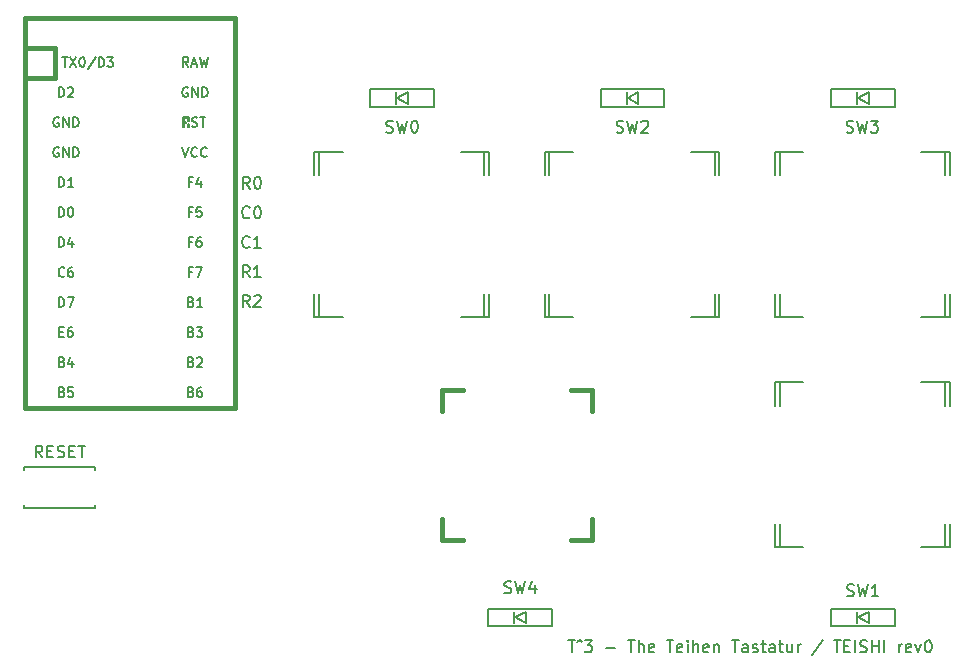
<source format=gbr>
G04 #@! TF.GenerationSoftware,KiCad,Pcbnew,(5.1.2-1)-1*
G04 #@! TF.CreationDate,2019-08-25T00:29:00+09:00*
G04 #@! TF.ProjectId,teishi,74656973-6869-42e6-9b69-6361645f7063,rev?*
G04 #@! TF.SameCoordinates,Original*
G04 #@! TF.FileFunction,Legend,Top*
G04 #@! TF.FilePolarity,Positive*
%FSLAX46Y46*%
G04 Gerber Fmt 4.6, Leading zero omitted, Abs format (unit mm)*
G04 Created by KiCad (PCBNEW (5.1.2-1)-1) date 2019-08-25 00:29:00*
%MOMM*%
%LPD*%
G04 APERTURE LIST*
%ADD10C,0.150000*%
%ADD11C,0.381000*%
G04 APERTURE END LIST*
D10*
X27083333Y-24702380D02*
X26750000Y-24226190D01*
X26511904Y-24702380D02*
X26511904Y-23702380D01*
X26892857Y-23702380D01*
X26988095Y-23750000D01*
X27035714Y-23797619D01*
X27083333Y-23892857D01*
X27083333Y-24035714D01*
X27035714Y-24130952D01*
X26988095Y-24178571D01*
X26892857Y-24226190D01*
X26511904Y-24226190D01*
X27464285Y-23797619D02*
X27511904Y-23750000D01*
X27607142Y-23702380D01*
X27845238Y-23702380D01*
X27940476Y-23750000D01*
X27988095Y-23797619D01*
X28035714Y-23892857D01*
X28035714Y-23988095D01*
X27988095Y-24130952D01*
X27416666Y-24702380D01*
X28035714Y-24702380D01*
X27083333Y-22202380D02*
X26750000Y-21726190D01*
X26511904Y-22202380D02*
X26511904Y-21202380D01*
X26892857Y-21202380D01*
X26988095Y-21250000D01*
X27035714Y-21297619D01*
X27083333Y-21392857D01*
X27083333Y-21535714D01*
X27035714Y-21630952D01*
X26988095Y-21678571D01*
X26892857Y-21726190D01*
X26511904Y-21726190D01*
X28035714Y-22202380D02*
X27464285Y-22202380D01*
X27750000Y-22202380D02*
X27750000Y-21202380D01*
X27654761Y-21345238D01*
X27559523Y-21440476D01*
X27464285Y-21488095D01*
X27083333Y-19607142D02*
X27035714Y-19654761D01*
X26892857Y-19702380D01*
X26797619Y-19702380D01*
X26654761Y-19654761D01*
X26559523Y-19559523D01*
X26511904Y-19464285D01*
X26464285Y-19273809D01*
X26464285Y-19130952D01*
X26511904Y-18940476D01*
X26559523Y-18845238D01*
X26654761Y-18750000D01*
X26797619Y-18702380D01*
X26892857Y-18702380D01*
X27035714Y-18750000D01*
X27083333Y-18797619D01*
X28035714Y-19702380D02*
X27464285Y-19702380D01*
X27750000Y-19702380D02*
X27750000Y-18702380D01*
X27654761Y-18845238D01*
X27559523Y-18940476D01*
X27464285Y-18988095D01*
X27083333Y-17107142D02*
X27035714Y-17154761D01*
X26892857Y-17202380D01*
X26797619Y-17202380D01*
X26654761Y-17154761D01*
X26559523Y-17059523D01*
X26511904Y-16964285D01*
X26464285Y-16773809D01*
X26464285Y-16630952D01*
X26511904Y-16440476D01*
X26559523Y-16345238D01*
X26654761Y-16250000D01*
X26797619Y-16202380D01*
X26892857Y-16202380D01*
X27035714Y-16250000D01*
X27083333Y-16297619D01*
X27702380Y-16202380D02*
X27797619Y-16202380D01*
X27892857Y-16250000D01*
X27940476Y-16297619D01*
X27988095Y-16392857D01*
X28035714Y-16583333D01*
X28035714Y-16821428D01*
X27988095Y-17011904D01*
X27940476Y-17107142D01*
X27892857Y-17154761D01*
X27797619Y-17202380D01*
X27702380Y-17202380D01*
X27607142Y-17154761D01*
X27559523Y-17107142D01*
X27511904Y-17011904D01*
X27464285Y-16821428D01*
X27464285Y-16583333D01*
X27511904Y-16392857D01*
X27559523Y-16297619D01*
X27607142Y-16250000D01*
X27702380Y-16202380D01*
X27083333Y-14702380D02*
X26750000Y-14226190D01*
X26511904Y-14702380D02*
X26511904Y-13702380D01*
X26892857Y-13702380D01*
X26988095Y-13750000D01*
X27035714Y-13797619D01*
X27083333Y-13892857D01*
X27083333Y-14035714D01*
X27035714Y-14130952D01*
X26988095Y-14178571D01*
X26892857Y-14226190D01*
X26511904Y-14226190D01*
X27702380Y-13702380D02*
X27797619Y-13702380D01*
X27892857Y-13750000D01*
X27940476Y-13797619D01*
X27988095Y-13892857D01*
X28035714Y-14083333D01*
X28035714Y-14321428D01*
X27988095Y-14511904D01*
X27940476Y-14607142D01*
X27892857Y-14654761D01*
X27797619Y-14702380D01*
X27702380Y-14702380D01*
X27607142Y-14654761D01*
X27559523Y-14607142D01*
X27511904Y-14511904D01*
X27464285Y-14321428D01*
X27464285Y-14083333D01*
X27511904Y-13892857D01*
X27559523Y-13797619D01*
X27607142Y-13750000D01*
X27702380Y-13702380D01*
X54071428Y-52952380D02*
X54642857Y-52952380D01*
X54357142Y-53952380D02*
X54357142Y-52952380D01*
X54833333Y-53047619D02*
X55023809Y-52904761D01*
X55214285Y-53047619D01*
X55452380Y-52952380D02*
X56071428Y-52952380D01*
X55738095Y-53333333D01*
X55880952Y-53333333D01*
X55976190Y-53380952D01*
X56023809Y-53428571D01*
X56071428Y-53523809D01*
X56071428Y-53761904D01*
X56023809Y-53857142D01*
X55976190Y-53904761D01*
X55880952Y-53952380D01*
X55595238Y-53952380D01*
X55499999Y-53904761D01*
X55452380Y-53857142D01*
X57261904Y-53571428D02*
X58023809Y-53571428D01*
X59119047Y-52952380D02*
X59690476Y-52952380D01*
X59404761Y-53952380D02*
X59404761Y-52952380D01*
X60023809Y-53952380D02*
X60023809Y-52952380D01*
X60452380Y-53952380D02*
X60452380Y-53428571D01*
X60404761Y-53333333D01*
X60309523Y-53285714D01*
X60166666Y-53285714D01*
X60071428Y-53333333D01*
X60023809Y-53380952D01*
X61309523Y-53904761D02*
X61214285Y-53952380D01*
X61023809Y-53952380D01*
X60928571Y-53904761D01*
X60880952Y-53809523D01*
X60880952Y-53428571D01*
X60928571Y-53333333D01*
X61023809Y-53285714D01*
X61214285Y-53285714D01*
X61309523Y-53333333D01*
X61357142Y-53428571D01*
X61357142Y-53523809D01*
X60880952Y-53619047D01*
X62404761Y-52952380D02*
X62976190Y-52952380D01*
X62690476Y-53952380D02*
X62690476Y-52952380D01*
X63690476Y-53904761D02*
X63595238Y-53952380D01*
X63404761Y-53952380D01*
X63309523Y-53904761D01*
X63261904Y-53809523D01*
X63261904Y-53428571D01*
X63309523Y-53333333D01*
X63404761Y-53285714D01*
X63595238Y-53285714D01*
X63690476Y-53333333D01*
X63738095Y-53428571D01*
X63738095Y-53523809D01*
X63261904Y-53619047D01*
X64166666Y-53952380D02*
X64166666Y-53285714D01*
X64166666Y-52952380D02*
X64119047Y-53000000D01*
X64166666Y-53047619D01*
X64214285Y-53000000D01*
X64166666Y-52952380D01*
X64166666Y-53047619D01*
X64642857Y-53952380D02*
X64642857Y-52952380D01*
X65071428Y-53952380D02*
X65071428Y-53428571D01*
X65023809Y-53333333D01*
X64928571Y-53285714D01*
X64785714Y-53285714D01*
X64690476Y-53333333D01*
X64642857Y-53380952D01*
X65928571Y-53904761D02*
X65833333Y-53952380D01*
X65642857Y-53952380D01*
X65547619Y-53904761D01*
X65499999Y-53809523D01*
X65499999Y-53428571D01*
X65547619Y-53333333D01*
X65642857Y-53285714D01*
X65833333Y-53285714D01*
X65928571Y-53333333D01*
X65976190Y-53428571D01*
X65976190Y-53523809D01*
X65499999Y-53619047D01*
X66404761Y-53285714D02*
X66404761Y-53952380D01*
X66404761Y-53380952D02*
X66452380Y-53333333D01*
X66547619Y-53285714D01*
X66690476Y-53285714D01*
X66785714Y-53333333D01*
X66833333Y-53428571D01*
X66833333Y-53952380D01*
X67928571Y-52952380D02*
X68499999Y-52952380D01*
X68214285Y-53952380D02*
X68214285Y-52952380D01*
X69261904Y-53952380D02*
X69261904Y-53428571D01*
X69214285Y-53333333D01*
X69119047Y-53285714D01*
X68928571Y-53285714D01*
X68833333Y-53333333D01*
X69261904Y-53904761D02*
X69166666Y-53952380D01*
X68928571Y-53952380D01*
X68833333Y-53904761D01*
X68785714Y-53809523D01*
X68785714Y-53714285D01*
X68833333Y-53619047D01*
X68928571Y-53571428D01*
X69166666Y-53571428D01*
X69261904Y-53523809D01*
X69690476Y-53904761D02*
X69785714Y-53952380D01*
X69976190Y-53952380D01*
X70071428Y-53904761D01*
X70119047Y-53809523D01*
X70119047Y-53761904D01*
X70071428Y-53666666D01*
X69976190Y-53619047D01*
X69833333Y-53619047D01*
X69738095Y-53571428D01*
X69690476Y-53476190D01*
X69690476Y-53428571D01*
X69738095Y-53333333D01*
X69833333Y-53285714D01*
X69976190Y-53285714D01*
X70071428Y-53333333D01*
X70404761Y-53285714D02*
X70785714Y-53285714D01*
X70547619Y-52952380D02*
X70547619Y-53809523D01*
X70595238Y-53904761D01*
X70690476Y-53952380D01*
X70785714Y-53952380D01*
X71547619Y-53952380D02*
X71547619Y-53428571D01*
X71500000Y-53333333D01*
X71404761Y-53285714D01*
X71214285Y-53285714D01*
X71119047Y-53333333D01*
X71547619Y-53904761D02*
X71452380Y-53952380D01*
X71214285Y-53952380D01*
X71119047Y-53904761D01*
X71071428Y-53809523D01*
X71071428Y-53714285D01*
X71119047Y-53619047D01*
X71214285Y-53571428D01*
X71452380Y-53571428D01*
X71547619Y-53523809D01*
X71880952Y-53285714D02*
X72261904Y-53285714D01*
X72023809Y-52952380D02*
X72023809Y-53809523D01*
X72071428Y-53904761D01*
X72166666Y-53952380D01*
X72261904Y-53952380D01*
X73023809Y-53285714D02*
X73023809Y-53952380D01*
X72595238Y-53285714D02*
X72595238Y-53809523D01*
X72642857Y-53904761D01*
X72738095Y-53952380D01*
X72880952Y-53952380D01*
X72976190Y-53904761D01*
X73023809Y-53857142D01*
X73499999Y-53952380D02*
X73499999Y-53285714D01*
X73499999Y-53476190D02*
X73547619Y-53380952D01*
X73595238Y-53333333D01*
X73690476Y-53285714D01*
X73785714Y-53285714D01*
X75595238Y-52904761D02*
X74738095Y-54190476D01*
X76547619Y-52952380D02*
X77119047Y-52952380D01*
X76833333Y-53952380D02*
X76833333Y-52952380D01*
X77452380Y-53428571D02*
X77785714Y-53428571D01*
X77928571Y-53952380D02*
X77452380Y-53952380D01*
X77452380Y-52952380D01*
X77928571Y-52952380D01*
X78357142Y-53952380D02*
X78357142Y-52952380D01*
X78785714Y-53904761D02*
X78928571Y-53952380D01*
X79166666Y-53952380D01*
X79261904Y-53904761D01*
X79309523Y-53857142D01*
X79357142Y-53761904D01*
X79357142Y-53666666D01*
X79309523Y-53571428D01*
X79261904Y-53523809D01*
X79166666Y-53476190D01*
X78976190Y-53428571D01*
X78880952Y-53380952D01*
X78833333Y-53333333D01*
X78785714Y-53238095D01*
X78785714Y-53142857D01*
X78833333Y-53047619D01*
X78880952Y-53000000D01*
X78976190Y-52952380D01*
X79214285Y-52952380D01*
X79357142Y-53000000D01*
X79785714Y-53952380D02*
X79785714Y-52952380D01*
X79785714Y-53428571D02*
X80357142Y-53428571D01*
X80357142Y-53952380D02*
X80357142Y-52952380D01*
X80833333Y-53952380D02*
X80833333Y-52952380D01*
X82071428Y-53952380D02*
X82071428Y-53285714D01*
X82071428Y-53476190D02*
X82119047Y-53380952D01*
X82166666Y-53333333D01*
X82261904Y-53285714D01*
X82357142Y-53285714D01*
X83071428Y-53904761D02*
X82976190Y-53952380D01*
X82785714Y-53952380D01*
X82690476Y-53904761D01*
X82642857Y-53809523D01*
X82642857Y-53428571D01*
X82690476Y-53333333D01*
X82785714Y-53285714D01*
X82976190Y-53285714D01*
X83071428Y-53333333D01*
X83119047Y-53428571D01*
X83119047Y-53523809D01*
X82642857Y-53619047D01*
X83452380Y-53285714D02*
X83690476Y-53952380D01*
X83928571Y-53285714D01*
X84499999Y-52952380D02*
X84595238Y-52952380D01*
X84690476Y-53000000D01*
X84738095Y-53047619D01*
X84785714Y-53142857D01*
X84833333Y-53333333D01*
X84833333Y-53571428D01*
X84785714Y-53761904D01*
X84738095Y-53857142D01*
X84690476Y-53904761D01*
X84595238Y-53952380D01*
X84499999Y-53952380D01*
X84404761Y-53904761D01*
X84357142Y-53857142D01*
X84309523Y-53761904D01*
X84261904Y-53571428D01*
X84261904Y-53333333D01*
X84309523Y-53142857D01*
X84357142Y-53047619D01*
X84404761Y-53000000D01*
X84499999Y-52952380D01*
D11*
X10650000Y-2760000D02*
X8110000Y-2760000D01*
X8110000Y-220000D02*
X8110000Y-2760000D01*
X25890000Y-220000D02*
X8110000Y-220000D01*
X25890000Y-2760000D02*
X25890000Y-220000D01*
D10*
G36*
X21931568Y-9239360D02*
G01*
X21931568Y-9439360D01*
X21831568Y-9439360D01*
X21831568Y-9239360D01*
X21931568Y-9239360D01*
G37*
X21931568Y-9239360D02*
X21931568Y-9439360D01*
X21831568Y-9439360D01*
X21831568Y-9239360D01*
X21931568Y-9239360D01*
G36*
X21531568Y-8639360D02*
G01*
X21531568Y-9439360D01*
X21431568Y-9439360D01*
X21431568Y-8639360D01*
X21531568Y-8639360D01*
G37*
X21531568Y-8639360D02*
X21531568Y-9439360D01*
X21431568Y-9439360D01*
X21431568Y-8639360D01*
X21531568Y-8639360D01*
G36*
X21931568Y-8639360D02*
G01*
X21931568Y-8739360D01*
X21431568Y-8739360D01*
X21431568Y-8639360D01*
X21931568Y-8639360D01*
G37*
X21931568Y-8639360D02*
X21931568Y-8739360D01*
X21431568Y-8739360D01*
X21431568Y-8639360D01*
X21931568Y-8639360D01*
G36*
X21731568Y-9039360D02*
G01*
X21731568Y-9139360D01*
X21631568Y-9139360D01*
X21631568Y-9039360D01*
X21731568Y-9039360D01*
G37*
X21731568Y-9039360D02*
X21731568Y-9139360D01*
X21631568Y-9139360D01*
X21631568Y-9039360D01*
X21731568Y-9039360D01*
G36*
X21931568Y-8639360D02*
G01*
X21931568Y-8939360D01*
X21831568Y-8939360D01*
X21831568Y-8639360D01*
X21931568Y-8639360D01*
G37*
X21931568Y-8639360D02*
X21931568Y-8939360D01*
X21831568Y-8939360D01*
X21831568Y-8639360D01*
X21931568Y-8639360D01*
D11*
X10650000Y-5300000D02*
X8110000Y-5300000D01*
X10650000Y-2760000D02*
X10650000Y-5300000D01*
X25890000Y-33240000D02*
X25890000Y-2760000D01*
X8110000Y-33240000D02*
X25890000Y-33240000D01*
X8110000Y-2760000D02*
X8110000Y-33240000D01*
D10*
X42700000Y-7750000D02*
X42700000Y-6250000D01*
X37300000Y-7750000D02*
X42700000Y-7750000D01*
X37300000Y-6250000D02*
X37300000Y-7750000D01*
X42700000Y-6250000D02*
X37300000Y-6250000D01*
X39500000Y-6500000D02*
X39500000Y-7500000D01*
X40500000Y-7500000D02*
X39600000Y-7000000D01*
X40500000Y-6500000D02*
X40500000Y-7500000D01*
X39600000Y-7000000D02*
X40500000Y-6500000D01*
X81700000Y-51750000D02*
X81700000Y-50250000D01*
X76300000Y-51750000D02*
X81700000Y-51750000D01*
X76300000Y-50250000D02*
X76300000Y-51750000D01*
X81700000Y-50250000D02*
X76300000Y-50250000D01*
X78500000Y-50500000D02*
X78500000Y-51500000D01*
X79500000Y-51500000D02*
X78600000Y-51000000D01*
X79500000Y-50500000D02*
X79500000Y-51500000D01*
X78600000Y-51000000D02*
X79500000Y-50500000D01*
X62200000Y-7750000D02*
X62200000Y-6250000D01*
X56800000Y-7750000D02*
X62200000Y-7750000D01*
X56800000Y-6250000D02*
X56800000Y-7750000D01*
X62200000Y-6250000D02*
X56800000Y-6250000D01*
X59000000Y-6500000D02*
X59000000Y-7500000D01*
X60000000Y-7500000D02*
X59100000Y-7000000D01*
X60000000Y-6500000D02*
X60000000Y-7500000D01*
X59100000Y-7000000D02*
X60000000Y-6500000D01*
X81700000Y-7750000D02*
X81700000Y-6250000D01*
X76300000Y-7750000D02*
X81700000Y-7750000D01*
X76300000Y-6250000D02*
X76300000Y-7750000D01*
X81700000Y-6250000D02*
X76300000Y-6250000D01*
X78500000Y-6500000D02*
X78500000Y-7500000D01*
X79500000Y-7500000D02*
X78600000Y-7000000D01*
X79500000Y-6500000D02*
X79500000Y-7500000D01*
X78600000Y-7000000D02*
X79500000Y-6500000D01*
X52700000Y-51750000D02*
X52700000Y-50250000D01*
X47300000Y-51750000D02*
X52700000Y-51750000D01*
X47300000Y-50250000D02*
X47300000Y-51750000D01*
X52700000Y-50250000D02*
X47300000Y-50250000D01*
X49500000Y-50500000D02*
X49500000Y-51500000D01*
X50500000Y-51500000D02*
X49600000Y-51000000D01*
X50500000Y-50500000D02*
X50500000Y-51500000D01*
X49600000Y-51000000D02*
X50500000Y-50500000D01*
X32560000Y-23580000D02*
X32560000Y-25580000D01*
X32560000Y-11580000D02*
X32560000Y-13580000D01*
X32960000Y-11580000D02*
X32960000Y-13580000D01*
X46960000Y-23580000D02*
X46960000Y-25580000D01*
X47360000Y-23580000D02*
X47360000Y-25580000D01*
X32960000Y-23580000D02*
X32960000Y-25580000D01*
X47360000Y-25580000D02*
X44960000Y-25580000D01*
X46960000Y-13580000D02*
X46960000Y-11580000D01*
X47360000Y-13580000D02*
X47360000Y-11580000D01*
X34960000Y-11580000D02*
X32560000Y-11580000D01*
X32560000Y-25580000D02*
X34960000Y-25580000D01*
X47360000Y-11580000D02*
X44960000Y-11580000D01*
X71560000Y-43080000D02*
X71560000Y-45080000D01*
X71560000Y-31080000D02*
X71560000Y-33080000D01*
X71960000Y-31080000D02*
X71960000Y-33080000D01*
X85960000Y-43080000D02*
X85960000Y-45080000D01*
X86360000Y-43080000D02*
X86360000Y-45080000D01*
X71960000Y-43080000D02*
X71960000Y-45080000D01*
X86360000Y-45080000D02*
X83960000Y-45080000D01*
X85960000Y-33080000D02*
X85960000Y-31080000D01*
X86360000Y-33080000D02*
X86360000Y-31080000D01*
X73960000Y-31080000D02*
X71560000Y-31080000D01*
X71560000Y-45080000D02*
X73960000Y-45080000D01*
X86360000Y-31080000D02*
X83960000Y-31080000D01*
X52060000Y-23580000D02*
X52060000Y-25580000D01*
X52060000Y-11580000D02*
X52060000Y-13580000D01*
X52460000Y-11580000D02*
X52460000Y-13580000D01*
X66460000Y-23580000D02*
X66460000Y-25580000D01*
X66860000Y-23580000D02*
X66860000Y-25580000D01*
X52460000Y-23580000D02*
X52460000Y-25580000D01*
X66860000Y-25580000D02*
X64460000Y-25580000D01*
X66460000Y-13580000D02*
X66460000Y-11580000D01*
X66860000Y-13580000D02*
X66860000Y-11580000D01*
X54460000Y-11580000D02*
X52060000Y-11580000D01*
X52060000Y-25580000D02*
X54460000Y-25580000D01*
X66860000Y-11580000D02*
X64460000Y-11580000D01*
X71560000Y-23580000D02*
X71560000Y-25580000D01*
X71560000Y-11580000D02*
X71560000Y-13580000D01*
X71960000Y-11580000D02*
X71960000Y-13580000D01*
X85960000Y-23580000D02*
X85960000Y-25580000D01*
X86360000Y-23580000D02*
X86360000Y-25580000D01*
X71960000Y-23580000D02*
X71960000Y-25580000D01*
X86360000Y-25580000D02*
X83960000Y-25580000D01*
X85960000Y-13580000D02*
X85960000Y-11580000D01*
X86360000Y-13580000D02*
X86360000Y-11580000D01*
X73960000Y-11580000D02*
X71560000Y-11580000D01*
X71560000Y-25580000D02*
X73960000Y-25580000D01*
X86360000Y-11580000D02*
X83960000Y-11580000D01*
D11*
X43400000Y-33528000D02*
X43400000Y-31750000D01*
X43400000Y-44450000D02*
X43400000Y-42672000D01*
X45178000Y-44450000D02*
X43400000Y-44450000D01*
X56100000Y-44450000D02*
X54322000Y-44450000D01*
X56100000Y-42672000D02*
X56100000Y-44450000D01*
X56100000Y-31750000D02*
X56100000Y-33528000D01*
X54322000Y-31750000D02*
X56100000Y-31750000D01*
X43400000Y-31750000D02*
X45178000Y-31750000D01*
D10*
X14000000Y-38250000D02*
X14000000Y-38500000D01*
X8000000Y-38250000D02*
X14000000Y-38250000D01*
X8000000Y-38250000D02*
X8000000Y-38500000D01*
X8000000Y-41750000D02*
X8000000Y-41500000D01*
X14000000Y-41750000D02*
X14000000Y-41500000D01*
X8000000Y-41750000D02*
X14000000Y-41750000D01*
X11237651Y-3591904D02*
X11694794Y-3591904D01*
X11466223Y-4391904D02*
X11466223Y-3591904D01*
X11885270Y-3591904D02*
X12418604Y-4391904D01*
X12418604Y-3591904D02*
X11885270Y-4391904D01*
X12875747Y-3591904D02*
X12951937Y-3591904D01*
X13028128Y-3630000D01*
X13066223Y-3668095D01*
X13104318Y-3744285D01*
X13142413Y-3896666D01*
X13142413Y-4087142D01*
X13104318Y-4239523D01*
X13066223Y-4315714D01*
X13028128Y-4353809D01*
X12951937Y-4391904D01*
X12875747Y-4391904D01*
X12799556Y-4353809D01*
X12761461Y-4315714D01*
X12723366Y-4239523D01*
X12685270Y-4087142D01*
X12685270Y-3896666D01*
X12723366Y-3744285D01*
X12761461Y-3668095D01*
X12799556Y-3630000D01*
X12875747Y-3591904D01*
X14056699Y-3553809D02*
X13370985Y-4582380D01*
X14323366Y-4391904D02*
X14323366Y-3591904D01*
X14513842Y-3591904D01*
X14628128Y-3630000D01*
X14704318Y-3706190D01*
X14742413Y-3782380D01*
X14780508Y-3934761D01*
X14780508Y-4049047D01*
X14742413Y-4201428D01*
X14704318Y-4277619D01*
X14628128Y-4353809D01*
X14513842Y-4391904D01*
X14323366Y-4391904D01*
X15047175Y-3591904D02*
X15542413Y-3591904D01*
X15275747Y-3896666D01*
X15390032Y-3896666D01*
X15466223Y-3934761D01*
X15504318Y-3972857D01*
X15542413Y-4049047D01*
X15542413Y-4239523D01*
X15504318Y-4315714D01*
X15466223Y-4353809D01*
X15390032Y-4391904D01*
X15161461Y-4391904D01*
X15085270Y-4353809D01*
X15047175Y-4315714D01*
X10948523Y-6931904D02*
X10948523Y-6131904D01*
X11139000Y-6131904D01*
X11253285Y-6170000D01*
X11329476Y-6246190D01*
X11367571Y-6322380D01*
X11405666Y-6474761D01*
X11405666Y-6589047D01*
X11367571Y-6741428D01*
X11329476Y-6817619D01*
X11253285Y-6893809D01*
X11139000Y-6931904D01*
X10948523Y-6931904D01*
X11710428Y-6208095D02*
X11748523Y-6170000D01*
X11824714Y-6131904D01*
X12015190Y-6131904D01*
X12091380Y-6170000D01*
X12129476Y-6208095D01*
X12167571Y-6284285D01*
X12167571Y-6360476D01*
X12129476Y-6474761D01*
X11672333Y-6931904D01*
X12167571Y-6931904D01*
X10948523Y-17091904D02*
X10948523Y-16291904D01*
X11139000Y-16291904D01*
X11253285Y-16330000D01*
X11329476Y-16406190D01*
X11367571Y-16482380D01*
X11405666Y-16634761D01*
X11405666Y-16749047D01*
X11367571Y-16901428D01*
X11329476Y-16977619D01*
X11253285Y-17053809D01*
X11139000Y-17091904D01*
X10948523Y-17091904D01*
X11900904Y-16291904D02*
X11977095Y-16291904D01*
X12053285Y-16330000D01*
X12091380Y-16368095D01*
X12129476Y-16444285D01*
X12167571Y-16596666D01*
X12167571Y-16787142D01*
X12129476Y-16939523D01*
X12091380Y-17015714D01*
X12053285Y-17053809D01*
X11977095Y-17091904D01*
X11900904Y-17091904D01*
X11824714Y-17053809D01*
X11786619Y-17015714D01*
X11748523Y-16939523D01*
X11710428Y-16787142D01*
X11710428Y-16596666D01*
X11748523Y-16444285D01*
X11786619Y-16368095D01*
X11824714Y-16330000D01*
X11900904Y-16291904D01*
X10948523Y-14551904D02*
X10948523Y-13751904D01*
X11139000Y-13751904D01*
X11253285Y-13790000D01*
X11329476Y-13866190D01*
X11367571Y-13942380D01*
X11405666Y-14094761D01*
X11405666Y-14209047D01*
X11367571Y-14361428D01*
X11329476Y-14437619D01*
X11253285Y-14513809D01*
X11139000Y-14551904D01*
X10948523Y-14551904D01*
X12167571Y-14551904D02*
X11710428Y-14551904D01*
X11939000Y-14551904D02*
X11939000Y-13751904D01*
X11862809Y-13866190D01*
X11786619Y-13942380D01*
X11710428Y-13980476D01*
X10929476Y-11250000D02*
X10853285Y-11211904D01*
X10739000Y-11211904D01*
X10624714Y-11250000D01*
X10548523Y-11326190D01*
X10510428Y-11402380D01*
X10472333Y-11554761D01*
X10472333Y-11669047D01*
X10510428Y-11821428D01*
X10548523Y-11897619D01*
X10624714Y-11973809D01*
X10739000Y-12011904D01*
X10815190Y-12011904D01*
X10929476Y-11973809D01*
X10967571Y-11935714D01*
X10967571Y-11669047D01*
X10815190Y-11669047D01*
X11310428Y-12011904D02*
X11310428Y-11211904D01*
X11767571Y-12011904D01*
X11767571Y-11211904D01*
X12148523Y-12011904D02*
X12148523Y-11211904D01*
X12339000Y-11211904D01*
X12453285Y-11250000D01*
X12529476Y-11326190D01*
X12567571Y-11402380D01*
X12605666Y-11554761D01*
X12605666Y-11669047D01*
X12567571Y-11821428D01*
X12529476Y-11897619D01*
X12453285Y-11973809D01*
X12339000Y-12011904D01*
X12148523Y-12011904D01*
X10929476Y-8710000D02*
X10853285Y-8671904D01*
X10739000Y-8671904D01*
X10624714Y-8710000D01*
X10548523Y-8786190D01*
X10510428Y-8862380D01*
X10472333Y-9014761D01*
X10472333Y-9129047D01*
X10510428Y-9281428D01*
X10548523Y-9357619D01*
X10624714Y-9433809D01*
X10739000Y-9471904D01*
X10815190Y-9471904D01*
X10929476Y-9433809D01*
X10967571Y-9395714D01*
X10967571Y-9129047D01*
X10815190Y-9129047D01*
X11310428Y-9471904D02*
X11310428Y-8671904D01*
X11767571Y-9471904D01*
X11767571Y-8671904D01*
X12148523Y-9471904D02*
X12148523Y-8671904D01*
X12339000Y-8671904D01*
X12453285Y-8710000D01*
X12529476Y-8786190D01*
X12567571Y-8862380D01*
X12605666Y-9014761D01*
X12605666Y-9129047D01*
X12567571Y-9281428D01*
X12529476Y-9357619D01*
X12453285Y-9433809D01*
X12339000Y-9471904D01*
X12148523Y-9471904D01*
X10948523Y-19631904D02*
X10948523Y-18831904D01*
X11139000Y-18831904D01*
X11253285Y-18870000D01*
X11329476Y-18946190D01*
X11367571Y-19022380D01*
X11405666Y-19174761D01*
X11405666Y-19289047D01*
X11367571Y-19441428D01*
X11329476Y-19517619D01*
X11253285Y-19593809D01*
X11139000Y-19631904D01*
X10948523Y-19631904D01*
X12091380Y-19098571D02*
X12091380Y-19631904D01*
X11900904Y-18793809D02*
X11710428Y-19365238D01*
X12205666Y-19365238D01*
X11405666Y-22095714D02*
X11367571Y-22133809D01*
X11253285Y-22171904D01*
X11177095Y-22171904D01*
X11062809Y-22133809D01*
X10986619Y-22057619D01*
X10948523Y-21981428D01*
X10910428Y-21829047D01*
X10910428Y-21714761D01*
X10948523Y-21562380D01*
X10986619Y-21486190D01*
X11062809Y-21410000D01*
X11177095Y-21371904D01*
X11253285Y-21371904D01*
X11367571Y-21410000D01*
X11405666Y-21448095D01*
X12091380Y-21371904D02*
X11939000Y-21371904D01*
X11862809Y-21410000D01*
X11824714Y-21448095D01*
X11748523Y-21562380D01*
X11710428Y-21714761D01*
X11710428Y-22019523D01*
X11748523Y-22095714D01*
X11786619Y-22133809D01*
X11862809Y-22171904D01*
X12015190Y-22171904D01*
X12091380Y-22133809D01*
X12129476Y-22095714D01*
X12167571Y-22019523D01*
X12167571Y-21829047D01*
X12129476Y-21752857D01*
X12091380Y-21714761D01*
X12015190Y-21676666D01*
X11862809Y-21676666D01*
X11786619Y-21714761D01*
X11748523Y-21752857D01*
X11710428Y-21829047D01*
X10948523Y-24711904D02*
X10948523Y-23911904D01*
X11139000Y-23911904D01*
X11253285Y-23950000D01*
X11329476Y-24026190D01*
X11367571Y-24102380D01*
X11405666Y-24254761D01*
X11405666Y-24369047D01*
X11367571Y-24521428D01*
X11329476Y-24597619D01*
X11253285Y-24673809D01*
X11139000Y-24711904D01*
X10948523Y-24711904D01*
X11672333Y-23911904D02*
X12205666Y-23911904D01*
X11862809Y-24711904D01*
X10986619Y-26832857D02*
X11253285Y-26832857D01*
X11367571Y-27251904D02*
X10986619Y-27251904D01*
X10986619Y-26451904D01*
X11367571Y-26451904D01*
X12053285Y-26451904D02*
X11900904Y-26451904D01*
X11824714Y-26490000D01*
X11786619Y-26528095D01*
X11710428Y-26642380D01*
X11672333Y-26794761D01*
X11672333Y-27099523D01*
X11710428Y-27175714D01*
X11748523Y-27213809D01*
X11824714Y-27251904D01*
X11977095Y-27251904D01*
X12053285Y-27213809D01*
X12091380Y-27175714D01*
X12129476Y-27099523D01*
X12129476Y-26909047D01*
X12091380Y-26832857D01*
X12053285Y-26794761D01*
X11977095Y-26756666D01*
X11824714Y-26756666D01*
X11748523Y-26794761D01*
X11710428Y-26832857D01*
X11672333Y-26909047D01*
X11215190Y-29372857D02*
X11329476Y-29410952D01*
X11367571Y-29449047D01*
X11405666Y-29525238D01*
X11405666Y-29639523D01*
X11367571Y-29715714D01*
X11329476Y-29753809D01*
X11253285Y-29791904D01*
X10948523Y-29791904D01*
X10948523Y-28991904D01*
X11215190Y-28991904D01*
X11291380Y-29030000D01*
X11329476Y-29068095D01*
X11367571Y-29144285D01*
X11367571Y-29220476D01*
X11329476Y-29296666D01*
X11291380Y-29334761D01*
X11215190Y-29372857D01*
X10948523Y-29372857D01*
X12091380Y-29258571D02*
X12091380Y-29791904D01*
X11900904Y-28953809D02*
X11710428Y-29525238D01*
X12205666Y-29525238D01*
X11215190Y-31912857D02*
X11329476Y-31950952D01*
X11367571Y-31989047D01*
X11405666Y-32065238D01*
X11405666Y-32179523D01*
X11367571Y-32255714D01*
X11329476Y-32293809D01*
X11253285Y-32331904D01*
X10948523Y-32331904D01*
X10948523Y-31531904D01*
X11215190Y-31531904D01*
X11291380Y-31570000D01*
X11329476Y-31608095D01*
X11367571Y-31684285D01*
X11367571Y-31760476D01*
X11329476Y-31836666D01*
X11291380Y-31874761D01*
X11215190Y-31912857D01*
X10948523Y-31912857D01*
X12129476Y-31531904D02*
X11748523Y-31531904D01*
X11710428Y-31912857D01*
X11748523Y-31874761D01*
X11824714Y-31836666D01*
X12015190Y-31836666D01*
X12091380Y-31874761D01*
X12129476Y-31912857D01*
X12167571Y-31989047D01*
X12167571Y-32179523D01*
X12129476Y-32255714D01*
X12091380Y-32293809D01*
X12015190Y-32331904D01*
X11824714Y-32331904D01*
X11748523Y-32293809D01*
X11710428Y-32255714D01*
X22137190Y-31912857D02*
X22251476Y-31950952D01*
X22289571Y-31989047D01*
X22327666Y-32065238D01*
X22327666Y-32179523D01*
X22289571Y-32255714D01*
X22251476Y-32293809D01*
X22175285Y-32331904D01*
X21870523Y-32331904D01*
X21870523Y-31531904D01*
X22137190Y-31531904D01*
X22213380Y-31570000D01*
X22251476Y-31608095D01*
X22289571Y-31684285D01*
X22289571Y-31760476D01*
X22251476Y-31836666D01*
X22213380Y-31874761D01*
X22137190Y-31912857D01*
X21870523Y-31912857D01*
X23013380Y-31531904D02*
X22861000Y-31531904D01*
X22784809Y-31570000D01*
X22746714Y-31608095D01*
X22670523Y-31722380D01*
X22632428Y-31874761D01*
X22632428Y-32179523D01*
X22670523Y-32255714D01*
X22708619Y-32293809D01*
X22784809Y-32331904D01*
X22937190Y-32331904D01*
X23013380Y-32293809D01*
X23051476Y-32255714D01*
X23089571Y-32179523D01*
X23089571Y-31989047D01*
X23051476Y-31912857D01*
X23013380Y-31874761D01*
X22937190Y-31836666D01*
X22784809Y-31836666D01*
X22708619Y-31874761D01*
X22670523Y-31912857D01*
X22632428Y-31989047D01*
X22137190Y-26832857D02*
X22251476Y-26870952D01*
X22289571Y-26909047D01*
X22327666Y-26985238D01*
X22327666Y-27099523D01*
X22289571Y-27175714D01*
X22251476Y-27213809D01*
X22175285Y-27251904D01*
X21870523Y-27251904D01*
X21870523Y-26451904D01*
X22137190Y-26451904D01*
X22213380Y-26490000D01*
X22251476Y-26528095D01*
X22289571Y-26604285D01*
X22289571Y-26680476D01*
X22251476Y-26756666D01*
X22213380Y-26794761D01*
X22137190Y-26832857D01*
X21870523Y-26832857D01*
X22594333Y-26451904D02*
X23089571Y-26451904D01*
X22822904Y-26756666D01*
X22937190Y-26756666D01*
X23013380Y-26794761D01*
X23051476Y-26832857D01*
X23089571Y-26909047D01*
X23089571Y-27099523D01*
X23051476Y-27175714D01*
X23013380Y-27213809D01*
X22937190Y-27251904D01*
X22708619Y-27251904D01*
X22632428Y-27213809D01*
X22594333Y-27175714D01*
X22137190Y-24292857D02*
X22251476Y-24330952D01*
X22289571Y-24369047D01*
X22327666Y-24445238D01*
X22327666Y-24559523D01*
X22289571Y-24635714D01*
X22251476Y-24673809D01*
X22175285Y-24711904D01*
X21870523Y-24711904D01*
X21870523Y-23911904D01*
X22137190Y-23911904D01*
X22213380Y-23950000D01*
X22251476Y-23988095D01*
X22289571Y-24064285D01*
X22289571Y-24140476D01*
X22251476Y-24216666D01*
X22213380Y-24254761D01*
X22137190Y-24292857D01*
X21870523Y-24292857D01*
X23089571Y-24711904D02*
X22632428Y-24711904D01*
X22861000Y-24711904D02*
X22861000Y-23911904D01*
X22784809Y-24026190D01*
X22708619Y-24102380D01*
X22632428Y-24140476D01*
X22194333Y-14132857D02*
X21927666Y-14132857D01*
X21927666Y-14551904D02*
X21927666Y-13751904D01*
X22308619Y-13751904D01*
X22956238Y-14018571D02*
X22956238Y-14551904D01*
X22765761Y-13713809D02*
X22575285Y-14285238D01*
X23070523Y-14285238D01*
X21394333Y-11211904D02*
X21661000Y-12011904D01*
X21927666Y-11211904D01*
X22651476Y-11935714D02*
X22613380Y-11973809D01*
X22499095Y-12011904D01*
X22422904Y-12011904D01*
X22308619Y-11973809D01*
X22232428Y-11897619D01*
X22194333Y-11821428D01*
X22156238Y-11669047D01*
X22156238Y-11554761D01*
X22194333Y-11402380D01*
X22232428Y-11326190D01*
X22308619Y-11250000D01*
X22422904Y-11211904D01*
X22499095Y-11211904D01*
X22613380Y-11250000D01*
X22651476Y-11288095D01*
X23451476Y-11935714D02*
X23413380Y-11973809D01*
X23299095Y-12011904D01*
X23222904Y-12011904D01*
X23108619Y-11973809D01*
X23032428Y-11897619D01*
X22994333Y-11821428D01*
X22956238Y-11669047D01*
X22956238Y-11554761D01*
X22994333Y-11402380D01*
X23032428Y-11326190D01*
X23108619Y-11250000D01*
X23222904Y-11211904D01*
X23299095Y-11211904D01*
X23413380Y-11250000D01*
X23451476Y-11288095D01*
X22199786Y-9403809D02*
X22314072Y-9441904D01*
X22504548Y-9441904D01*
X22580739Y-9403809D01*
X22618834Y-9365714D01*
X22656929Y-9289523D01*
X22656929Y-9213333D01*
X22618834Y-9137142D01*
X22580739Y-9099047D01*
X22504548Y-9060952D01*
X22352167Y-9022857D01*
X22275977Y-8984761D01*
X22237881Y-8946666D01*
X22199786Y-8870476D01*
X22199786Y-8794285D01*
X22237881Y-8718095D01*
X22275977Y-8680000D01*
X22352167Y-8641904D01*
X22542643Y-8641904D01*
X22656929Y-8680000D01*
X22885500Y-8641904D02*
X23342643Y-8641904D01*
X23114072Y-9441904D02*
X23114072Y-8641904D01*
X21851476Y-6170000D02*
X21775285Y-6131904D01*
X21661000Y-6131904D01*
X21546714Y-6170000D01*
X21470523Y-6246190D01*
X21432428Y-6322380D01*
X21394333Y-6474761D01*
X21394333Y-6589047D01*
X21432428Y-6741428D01*
X21470523Y-6817619D01*
X21546714Y-6893809D01*
X21661000Y-6931904D01*
X21737190Y-6931904D01*
X21851476Y-6893809D01*
X21889571Y-6855714D01*
X21889571Y-6589047D01*
X21737190Y-6589047D01*
X22232428Y-6931904D02*
X22232428Y-6131904D01*
X22689571Y-6931904D01*
X22689571Y-6131904D01*
X23070523Y-6931904D02*
X23070523Y-6131904D01*
X23261000Y-6131904D01*
X23375285Y-6170000D01*
X23451476Y-6246190D01*
X23489571Y-6322380D01*
X23527666Y-6474761D01*
X23527666Y-6589047D01*
X23489571Y-6741428D01*
X23451476Y-6817619D01*
X23375285Y-6893809D01*
X23261000Y-6931904D01*
X23070523Y-6931904D01*
X21908619Y-4391904D02*
X21641952Y-4010952D01*
X21451476Y-4391904D02*
X21451476Y-3591904D01*
X21756238Y-3591904D01*
X21832428Y-3630000D01*
X21870523Y-3668095D01*
X21908619Y-3744285D01*
X21908619Y-3858571D01*
X21870523Y-3934761D01*
X21832428Y-3972857D01*
X21756238Y-4010952D01*
X21451476Y-4010952D01*
X22213380Y-4163333D02*
X22594333Y-4163333D01*
X22137190Y-4391904D02*
X22403857Y-3591904D01*
X22670523Y-4391904D01*
X22861000Y-3591904D02*
X23051476Y-4391904D01*
X23203857Y-3820476D01*
X23356238Y-4391904D01*
X23546714Y-3591904D01*
X22194333Y-16672857D02*
X21927666Y-16672857D01*
X21927666Y-17091904D02*
X21927666Y-16291904D01*
X22308619Y-16291904D01*
X22994333Y-16291904D02*
X22613380Y-16291904D01*
X22575285Y-16672857D01*
X22613380Y-16634761D01*
X22689571Y-16596666D01*
X22880047Y-16596666D01*
X22956238Y-16634761D01*
X22994333Y-16672857D01*
X23032428Y-16749047D01*
X23032428Y-16939523D01*
X22994333Y-17015714D01*
X22956238Y-17053809D01*
X22880047Y-17091904D01*
X22689571Y-17091904D01*
X22613380Y-17053809D01*
X22575285Y-17015714D01*
X22194333Y-19212857D02*
X21927666Y-19212857D01*
X21927666Y-19631904D02*
X21927666Y-18831904D01*
X22308619Y-18831904D01*
X22956238Y-18831904D02*
X22803857Y-18831904D01*
X22727666Y-18870000D01*
X22689571Y-18908095D01*
X22613380Y-19022380D01*
X22575285Y-19174761D01*
X22575285Y-19479523D01*
X22613380Y-19555714D01*
X22651476Y-19593809D01*
X22727666Y-19631904D01*
X22880047Y-19631904D01*
X22956238Y-19593809D01*
X22994333Y-19555714D01*
X23032428Y-19479523D01*
X23032428Y-19289047D01*
X22994333Y-19212857D01*
X22956238Y-19174761D01*
X22880047Y-19136666D01*
X22727666Y-19136666D01*
X22651476Y-19174761D01*
X22613380Y-19212857D01*
X22575285Y-19289047D01*
X22194333Y-21752857D02*
X21927666Y-21752857D01*
X21927666Y-22171904D02*
X21927666Y-21371904D01*
X22308619Y-21371904D01*
X22537190Y-21371904D02*
X23070523Y-21371904D01*
X22727666Y-22171904D01*
X22137190Y-29372857D02*
X22251476Y-29410952D01*
X22289571Y-29449047D01*
X22327666Y-29525238D01*
X22327666Y-29639523D01*
X22289571Y-29715714D01*
X22251476Y-29753809D01*
X22175285Y-29791904D01*
X21870523Y-29791904D01*
X21870523Y-28991904D01*
X22137190Y-28991904D01*
X22213380Y-29030000D01*
X22251476Y-29068095D01*
X22289571Y-29144285D01*
X22289571Y-29220476D01*
X22251476Y-29296666D01*
X22213380Y-29334761D01*
X22137190Y-29372857D01*
X21870523Y-29372857D01*
X22632428Y-29068095D02*
X22670523Y-29030000D01*
X22746714Y-28991904D01*
X22937190Y-28991904D01*
X23013380Y-29030000D01*
X23051476Y-29068095D01*
X23089571Y-29144285D01*
X23089571Y-29220476D01*
X23051476Y-29334761D01*
X22594333Y-29791904D01*
X23089571Y-29791904D01*
X38666666Y-9904761D02*
X38809523Y-9952380D01*
X39047619Y-9952380D01*
X39142857Y-9904761D01*
X39190476Y-9857142D01*
X39238095Y-9761904D01*
X39238095Y-9666666D01*
X39190476Y-9571428D01*
X39142857Y-9523809D01*
X39047619Y-9476190D01*
X38857142Y-9428571D01*
X38761904Y-9380952D01*
X38714285Y-9333333D01*
X38666666Y-9238095D01*
X38666666Y-9142857D01*
X38714285Y-9047619D01*
X38761904Y-9000000D01*
X38857142Y-8952380D01*
X39095238Y-8952380D01*
X39238095Y-9000000D01*
X39571428Y-8952380D02*
X39809523Y-9952380D01*
X40000000Y-9238095D01*
X40190476Y-9952380D01*
X40428571Y-8952380D01*
X41000000Y-8952380D02*
X41095238Y-8952380D01*
X41190476Y-9000000D01*
X41238095Y-9047619D01*
X41285714Y-9142857D01*
X41333333Y-9333333D01*
X41333333Y-9571428D01*
X41285714Y-9761904D01*
X41238095Y-9857142D01*
X41190476Y-9904761D01*
X41095238Y-9952380D01*
X41000000Y-9952380D01*
X40904761Y-9904761D01*
X40857142Y-9857142D01*
X40809523Y-9761904D01*
X40761904Y-9571428D01*
X40761904Y-9333333D01*
X40809523Y-9142857D01*
X40857142Y-9047619D01*
X40904761Y-9000000D01*
X41000000Y-8952380D01*
X77666666Y-49154761D02*
X77809523Y-49202380D01*
X78047619Y-49202380D01*
X78142857Y-49154761D01*
X78190476Y-49107142D01*
X78238095Y-49011904D01*
X78238095Y-48916666D01*
X78190476Y-48821428D01*
X78142857Y-48773809D01*
X78047619Y-48726190D01*
X77857142Y-48678571D01*
X77761904Y-48630952D01*
X77714285Y-48583333D01*
X77666666Y-48488095D01*
X77666666Y-48392857D01*
X77714285Y-48297619D01*
X77761904Y-48250000D01*
X77857142Y-48202380D01*
X78095238Y-48202380D01*
X78238095Y-48250000D01*
X78571428Y-48202380D02*
X78809523Y-49202380D01*
X79000000Y-48488095D01*
X79190476Y-49202380D01*
X79428571Y-48202380D01*
X80333333Y-49202380D02*
X79761904Y-49202380D01*
X80047619Y-49202380D02*
X80047619Y-48202380D01*
X79952380Y-48345238D01*
X79857142Y-48440476D01*
X79761904Y-48488095D01*
X58166666Y-9904761D02*
X58309523Y-9952380D01*
X58547619Y-9952380D01*
X58642857Y-9904761D01*
X58690476Y-9857142D01*
X58738095Y-9761904D01*
X58738095Y-9666666D01*
X58690476Y-9571428D01*
X58642857Y-9523809D01*
X58547619Y-9476190D01*
X58357142Y-9428571D01*
X58261904Y-9380952D01*
X58214285Y-9333333D01*
X58166666Y-9238095D01*
X58166666Y-9142857D01*
X58214285Y-9047619D01*
X58261904Y-9000000D01*
X58357142Y-8952380D01*
X58595238Y-8952380D01*
X58738095Y-9000000D01*
X59071428Y-8952380D02*
X59309523Y-9952380D01*
X59500000Y-9238095D01*
X59690476Y-9952380D01*
X59928571Y-8952380D01*
X60261904Y-9047619D02*
X60309523Y-9000000D01*
X60404761Y-8952380D01*
X60642857Y-8952380D01*
X60738095Y-9000000D01*
X60785714Y-9047619D01*
X60833333Y-9142857D01*
X60833333Y-9238095D01*
X60785714Y-9380952D01*
X60214285Y-9952380D01*
X60833333Y-9952380D01*
X77626666Y-9904761D02*
X77769523Y-9952380D01*
X78007619Y-9952380D01*
X78102857Y-9904761D01*
X78150476Y-9857142D01*
X78198095Y-9761904D01*
X78198095Y-9666666D01*
X78150476Y-9571428D01*
X78102857Y-9523809D01*
X78007619Y-9476190D01*
X77817142Y-9428571D01*
X77721904Y-9380952D01*
X77674285Y-9333333D01*
X77626666Y-9238095D01*
X77626666Y-9142857D01*
X77674285Y-9047619D01*
X77721904Y-9000000D01*
X77817142Y-8952380D01*
X78055238Y-8952380D01*
X78198095Y-9000000D01*
X78531428Y-8952380D02*
X78769523Y-9952380D01*
X78960000Y-9238095D01*
X79150476Y-9952380D01*
X79388571Y-8952380D01*
X79674285Y-8952380D02*
X80293333Y-8952380D01*
X79960000Y-9333333D01*
X80102857Y-9333333D01*
X80198095Y-9380952D01*
X80245714Y-9428571D01*
X80293333Y-9523809D01*
X80293333Y-9761904D01*
X80245714Y-9857142D01*
X80198095Y-9904761D01*
X80102857Y-9952380D01*
X79817142Y-9952380D01*
X79721904Y-9904761D01*
X79674285Y-9857142D01*
X48666666Y-48904761D02*
X48809523Y-48952380D01*
X49047619Y-48952380D01*
X49142857Y-48904761D01*
X49190476Y-48857142D01*
X49238095Y-48761904D01*
X49238095Y-48666666D01*
X49190476Y-48571428D01*
X49142857Y-48523809D01*
X49047619Y-48476190D01*
X48857142Y-48428571D01*
X48761904Y-48380952D01*
X48714285Y-48333333D01*
X48666666Y-48238095D01*
X48666666Y-48142857D01*
X48714285Y-48047619D01*
X48761904Y-48000000D01*
X48857142Y-47952380D01*
X49095238Y-47952380D01*
X49238095Y-48000000D01*
X49571428Y-47952380D02*
X49809523Y-48952380D01*
X50000000Y-48238095D01*
X50190476Y-48952380D01*
X50428571Y-47952380D01*
X51238095Y-48285714D02*
X51238095Y-48952380D01*
X51000000Y-47904761D02*
X50761904Y-48619047D01*
X51380952Y-48619047D01*
X9547619Y-37452380D02*
X9214285Y-36976190D01*
X8976190Y-37452380D02*
X8976190Y-36452380D01*
X9357142Y-36452380D01*
X9452380Y-36500000D01*
X9500000Y-36547619D01*
X9547619Y-36642857D01*
X9547619Y-36785714D01*
X9500000Y-36880952D01*
X9452380Y-36928571D01*
X9357142Y-36976190D01*
X8976190Y-36976190D01*
X9976190Y-36928571D02*
X10309523Y-36928571D01*
X10452380Y-37452380D02*
X9976190Y-37452380D01*
X9976190Y-36452380D01*
X10452380Y-36452380D01*
X10833333Y-37404761D02*
X10976190Y-37452380D01*
X11214285Y-37452380D01*
X11309523Y-37404761D01*
X11357142Y-37357142D01*
X11404761Y-37261904D01*
X11404761Y-37166666D01*
X11357142Y-37071428D01*
X11309523Y-37023809D01*
X11214285Y-36976190D01*
X11023809Y-36928571D01*
X10928571Y-36880952D01*
X10880952Y-36833333D01*
X10833333Y-36738095D01*
X10833333Y-36642857D01*
X10880952Y-36547619D01*
X10928571Y-36500000D01*
X11023809Y-36452380D01*
X11261904Y-36452380D01*
X11404761Y-36500000D01*
X11833333Y-36928571D02*
X12166666Y-36928571D01*
X12309523Y-37452380D02*
X11833333Y-37452380D01*
X11833333Y-36452380D01*
X12309523Y-36452380D01*
X12595238Y-36452380D02*
X13166666Y-36452380D01*
X12880952Y-37452380D02*
X12880952Y-36452380D01*
M02*

</source>
